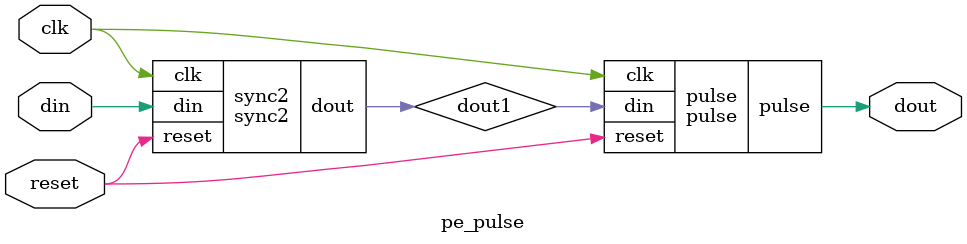
<source format=sv>
/**
 * PET Clone - Open hardware implementation of the Commodore PET
 * by Daniel Lehenbauer and contributors.
 * 
 * https://github.com/DLehenbauer/commodore-pet-clone
 *
 * To the extent possible under law, I, Daniel Lehenbauer, have waived all
 * copyright and related or neighboring rights to this project. This work is
 * published from the United States.
 *
 * @copyright CC0 http://creativecommons.org/publicdomain/zero/1.0/
 * @author Daniel Lehenbauer <DLehenbauer@users.noreply.github.com> and contributors
 */

// sync signal to different clock domain
module sync2(
    input  logic reset,
    input  logic clk,
    input  logic din,
    output logic dout
);
    logic din1; // 1st stage ff output
    
    always_ff @(posedge clk or posedge reset) begin
        if (reset) { dout, din1 } <= '0;
        else { dout, din1 } <= { din1, din };
    end
endmodule

// Pulse Generator
module pulse(
    input logic reset,
    input logic clk,
    input logic din,
    output logic pulse,
    output logic dout
);
    always_ff @(posedge clk or posedge reset) begin
        if (reset) dout <= '0;
        else dout <= din;
    end

    assign pulse = dout ^ din;
endmodule

module pe_pulse (
    input  logic reset,
    input  logic clk,
    input  logic din,
    output logic dout
);
    logic dout1;

    sync2 sync2(
        .reset(reset),
        .clk(clk),
        .din(din),
        .dout(dout1)
    );

    pulse pulse(
        .reset(reset),
        .clk(clk),
        .din(dout1),
        .pulse(dout)
    );
endmodule

</source>
